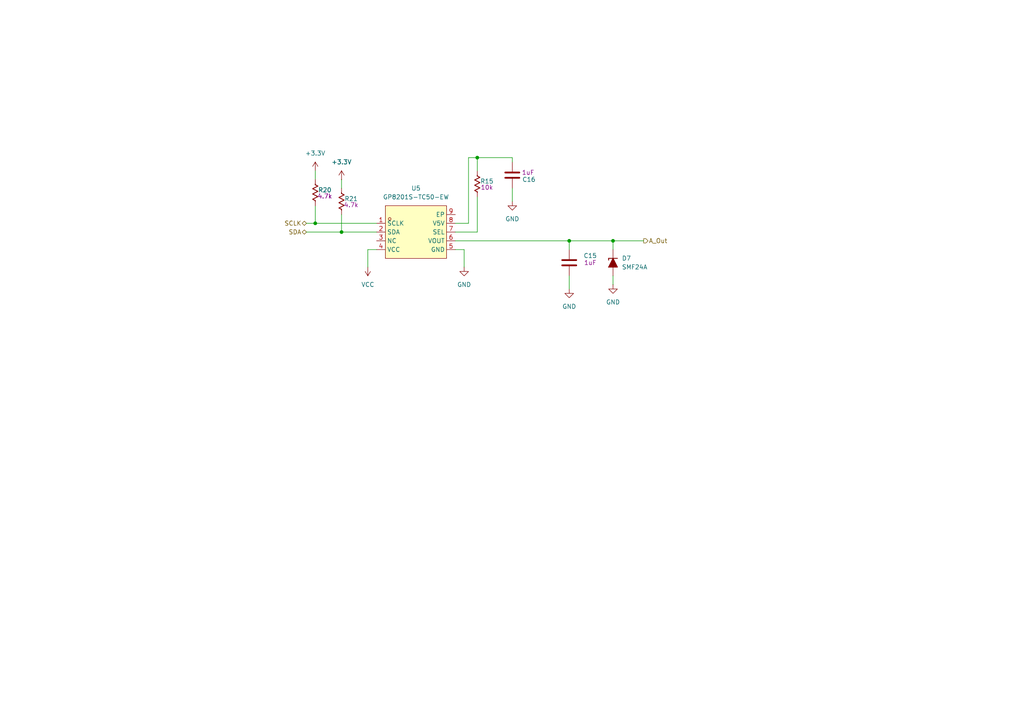
<source format=kicad_sch>
(kicad_sch (version 20250114) (generator "eeschema") (generator_version "9.0")
  (paper "A4")
  (lib_symbols
    (symbol "EDA:GP8201S-TC50-EW"
      (property "Reference" "U" (at 0 10.16 0))
      (property "Value" "GP8201S-TC50-EW" (at 0 -10.16 0))
      (symbol "GP8201S-TC50-EW_0_1"
        (rectangle (start -8.89 7.62) (end 8.89 -7.62) (fill (type background)))
        (circle (center -7.62 3.81) (radius 0.38))
        (pin unspecified line (at -11.43 2.54 0) (length 2.54) (name "SCLK") (number "1"))
        (pin unspecified line (at -11.43 0 0) (length 2.54) (name "SDA") (number "2"))
        (pin unspecified line (at -11.43 -2.54 0) (length 2.54) (name "NC") (number "3"))
        (pin unspecified line (at -11.43 -5.08 0) (length 2.54) (name "VCC") (number "4"))
        (pin unspecified line (at 11.43 5.08 180) (length 2.54) (name "EP") (number "9"))
        (pin unspecified line (at 11.43 2.54 180) (length 2.54) (name "V5V") (number "8"))
        (pin unspecified line (at 11.43 0 180) (length 2.54) (name "SEL") (number "7"))
        (pin unspecified line (at 11.43 -2.54 180) (length 2.54) (name "VOUT") (number "6"))
        (pin unspecified line (at 11.43 -5.08 180) (length 2.54) (name "GND") (number "5"))
      )
    )
    (symbol "PCM_Capacitor_US_AKL:C_0603" (pin_numbers (hide yes)) (pin_names (offset 0.254))
      (property "Reference" "C" (at 0.635 2.54 0))
      (property "Value" "C_0603" (at 0.635 -2.54 0))
      (symbol "C_0603_0_1"
        (polyline (pts (xy -2.032 0.762) (xy 2.032 0.762)) (stroke (width 0.508)))
        (polyline (pts (xy -2.032 -0.762) (xy 2.032 -0.762)) (stroke (width 0.508)))
      )
      (symbol "C_0603_0_2"
        (polyline (pts (xy -2.54 -2.54) (xy -0.381 -0.381)))
        (polyline (pts (xy -0.508 -0.508) (xy -1.651 0.635)) (stroke (width 0.508)))
        (polyline (pts (xy -0.508 -0.508) (xy 0.635 -1.651)) (stroke (width 0.508)))
        (polyline (pts (xy 0.381 0.381) (xy 2.54 2.54)))
        (polyline (pts (xy 0.508 0.508) (xy -0.635 1.651)) (stroke (width 0.508)))
        (polyline (pts (xy 0.508 0.508) (xy 1.651 -0.635)) (stroke (width 0.508)))
      )
      (symbol "C_0603_1_1"
        (pin passive line (at 0 3.81 270) (length 2.794) (name "~") (number "1"))
        (pin passive line (at 0 -3.81 90) (length 2.794) (name "~") (number "2"))
      )
      (symbol "C_0603_1_2"
        (pin passive line (at -2.54 -2.54 90) (length 0) (name "~") (number "2"))
        (pin passive line (at 2.54 2.54 270) (length 0) (name "~") (number "1"))
      )
    )
    (symbol "PCM_Diode_TVS_AKL:SMF24A" (pin_numbers (hide yes)) (pin_names (offset 1.016) (hide yes))
      (property "Reference" "D" (at 0 5.08 0))
      (property "Value" "SMF24A" (at 0 2.54 0))
      (symbol "SMF24A_0_1"
        (polyline (pts (xy -1.27 1.27) (xy -1.27 -1.27) (xy 1.27 0) (xy -1.27 1.27)) (stroke (width 0.254)) (fill (type outline)))
        (polyline (pts (xy -1.27 0) (xy 1.27 0)))
        (polyline (pts (xy 1.27 1.27) (xy 0.762 1.27)) (stroke (width 0.254)))
        (polyline (pts (xy 1.27 -1.27) (xy 1.27 1.27)) (stroke (width 0.254)))
      )
      (symbol "SMF24A_0_2"
        (polyline (pts (xy -2.54 -2.54) (xy 2.54 2.54)))
        (polyline (pts (xy -0.889 -0.889) (xy -1.778 0) (xy 0.889 0.889) (xy 0 -1.778) (xy -0.889 -0.889)) (stroke (width 0.254)) (fill (type outline)))
        (polyline (pts (xy 0 1.778) (xy -0.381 1.397)) (stroke (width 0.254)))
        (polyline (pts (xy 0 1.778) (xy 1.778 0)) (stroke (width 0.254)))
      )
      (symbol "SMF24A_1_1"
        (pin passive line (at -3.81 0 0) (length 2.54) (name "A") (number "2"))
        (pin passive line (at 3.81 0 180) (length 2.54) (name "K") (number "1"))
      )
      (symbol "SMF24A_1_2"
        (pin passive line (at -2.54 -2.54 0) (length 0) (name "A") (number "2"))
        (pin passive line (at 2.54 2.54 180) (length 0) (name "K") (number "1"))
      )
    )
    (symbol "PCM_Resistor_US_AKL:R_0603" (pin_numbers (hide yes)) (pin_names (offset 0))
      (property "Reference" "R" (at 2.54 1.27 0))
      (property "Value" "R_0603" (at 2.54 -1.27 0))
      (symbol "R_0603_0_1"
        (polyline (pts (xy 0 2.286) (xy 0 2.54)) (stroke (width 0.254)))
        (polyline (pts (xy 0 2.286) (xy 0.762 1.905) (xy -0.762 1.143) (xy 0 0.762) (xy 0.762 0.381) (xy 0 0) (xy -0.762 -0.381) (xy 0 -0.762) (xy 0.762 -1.143) (xy 0 -1.524) (xy -0.762 -1.905) (xy 0 -2.286)) (stroke (width 0.254)))
        (polyline (pts (xy 0 -2.286) (xy 0 -2.54)) (stroke (width 0.254)))
      )
      (symbol "R_0603_0_2"
        (polyline (pts (xy -2.54 -2.54) (xy -1.778 -1.778)))
        (polyline (pts (xy -1.778 -1.778) (xy -1.524 -1.524)) (stroke (width 0.254)))
        (polyline (pts (xy -1.524 -1.524) (xy -1.778 -0.762) (xy -1.016 -1.016)) (stroke (width 0.254)))
        (polyline (pts (xy -0.508 -0.508) (xy -0.762 0.254) (xy 0 0)) (stroke (width 0.254)))
        (polyline (pts (xy -0.508 -0.508) (xy -0.254 -1.27) (xy -1.016 -1.016)) (stroke (width 0.254)))
        (polyline (pts (xy 0.508 0.508) (xy 0.254 1.27) (xy 1.016 1.016)) (stroke (width 0.254)))
        (polyline (pts (xy 0.508 0.508) (xy 0.762 -0.254) (xy 0 0)) (stroke (width 0.254)))
        (polyline (pts (xy 1.524 1.524) (xy 1.778 0.762) (xy 1.016 1.016)) (stroke (width 0.254)))
        (polyline (pts (xy 1.778 1.778) (xy 1.524 1.524)) (stroke (width 0.254)))
        (polyline (pts (xy 1.778 1.778) (xy 2.54 2.54)))
      )
      (symbol "R_0603_1_1"
        (pin passive line (at 0 3.81 270) (length 1.27) (name "~") (number "1"))
        (pin passive line (at 0 -3.81 90) (length 1.27) (name "~") (number "2"))
      )
      (symbol "R_0603_1_2"
        (pin passive line (at -2.54 -2.54 0) (length 0) (name "") (number "2"))
        (pin passive line (at 2.54 2.54 180) (length 0) (name "") (number "1"))
      )
    )
    (symbol "power:+3.3V" (power) (pin_numbers (hide yes)) (pin_names (offset 0) (hide yes))
      (property "Value" "+3.3V" (at 0 3.556 0))
      (symbol "+3.3V_0_1"
        (polyline (pts (xy -0.762 1.27) (xy 0 2.54)))
        (polyline (pts (xy 0 2.54) (xy 0.762 1.27)))
        (polyline (pts (xy 0 0) (xy 0 2.54)))
      )
      (symbol "+3.3V_1_1"
        (pin power_in line (at 0 0 90) (length 0) (name "~") (number "1"))
      )
    )
    (symbol "power:GND" (power) (pin_numbers (hide yes)) (pin_names (offset 0) (hide yes))
      (property "Value" "GND" (at 0 -3.81 0))
      (symbol "GND_0_1"
        (polyline (pts (xy 0 0) (xy 0 -1.27) (xy 1.27 -1.27) (xy 0 -2.54) (xy -1.27 -1.27) (xy 0 -1.27)))
      )
      (symbol "GND_1_1"
        (pin power_in line (at 0 0 270) (length 0) (name "~") (number "1"))
      )
    )
    (symbol "power:VCC" (power) (pin_numbers (hide yes)) (pin_names (offset 0) (hide yes))
      (property "Value" "VCC" (at 0 3.556 0))
      (symbol "VCC_0_1"
        (polyline (pts (xy -0.762 1.27) (xy 0 2.54)))
        (polyline (pts (xy 0 2.54) (xy 0.762 1.27)))
        (polyline (pts (xy 0 0) (xy 0 2.54)))
      )
      (symbol "VCC_1_1"
        (pin power_in line (at 0 0 90) (length 0) (name "~") (number "1"))
      )
    )
  )
  (junction (at 177.8 69.85))
  (junction (at 138.43 45.72))
  (junction (at 165.1 69.85))
  (junction (at 99.06 67.31))
  (junction (at 91.44 64.77))
  (wire (pts (xy 138.43 57.15) (xy 138.43 67.31)))
  (wire (pts (xy 132.08 72.39) (xy 134.62 72.39)))
  (wire (pts (xy 148.59 45.72) (xy 148.59 46.99)))
  (wire (pts (xy 99.06 52.07) (xy 99.06 54.61)))
  (wire (pts (xy 106.68 72.39) (xy 106.68 77.47)))
  (wire (pts (xy 91.44 49.53) (xy 91.44 52.07)))
  (wire (pts (xy 165.1 69.85) (xy 177.8 69.85)))
  (wire (pts (xy 99.06 67.31) (xy 109.22 67.31)))
  (wire (pts (xy 177.8 69.85) (xy 186.69 69.85)))
  (wire (pts (xy 91.44 59.69) (xy 91.44 64.77)))
  (wire (pts (xy 91.44 64.77) (xy 109.22 64.77)))
  (wire (pts (xy 135.89 45.72) (xy 138.43 45.72)))
  (wire (pts (xy 132.08 69.85) (xy 165.1 69.85)))
  (wire (pts (xy 132.08 64.77) (xy 135.89 64.77)))
  (wire (pts (xy 177.8 80.01) (xy 177.8 82.55)))
  (wire (pts (xy 138.43 45.72) (xy 138.43 49.53)))
  (wire (pts (xy 138.43 45.72) (xy 148.59 45.72)))
  (wire (pts (xy 132.08 67.31) (xy 138.43 67.31)))
  (wire (pts (xy 109.22 72.39) (xy 106.68 72.39)))
  (wire (pts (xy 177.8 69.85) (xy 177.8 72.39)))
  (wire (pts (xy 135.89 64.77) (xy 135.89 45.72)))
  (wire (pts (xy 148.59 54.61) (xy 148.59 58.42)))
  (wire (pts (xy 88.9 64.77) (xy 91.44 64.77)))
  (wire (pts (xy 88.9 67.31) (xy 99.06 67.31)))
  (wire (pts (xy 99.06 62.23) (xy 99.06 67.31)))
  (wire (pts (xy 165.1 80.01) (xy 165.1 83.82)))
  (wire (pts (xy 165.1 69.85) (xy 165.1 72.39)))
  (wire (pts (xy 134.62 72.39) (xy 134.62 77.47)))
  (hierarchical_label "A_Out" (shape output) (at 186.69 69.85 0))
  (hierarchical_label "SCLK" (shape bidirectional) (at 88.9 64.77 180))
  (hierarchical_label "SDA" (shape bidirectional) (at 88.9 67.31 180))
  (symbol (lib_id "EDA:GP8201S-TC50-EW") (at 120.65 67.31 0) (unit 1)
    (property "Reference" "U5" (at 120.65 54.61 0))
    (property "Value" "GP8201S-TC50-EW" (at 120.65 57.15 0))
    (property "Footprint" "EasyEDA:ESOP-8_L4.9-W3.9-P1.27-LS6.0-BL-EP" (effects (hide yes)))
    (property "LCSC Part" "C5240058" (effects (hide yes)))
  )
  (symbol (lib_id "PCM_Resistor_US_AKL:R_0603") (at 91.44 55.88 180) (unit 1)
    (property "Reference" "R20" (at 94.234 55.118 0))
    (property "Value" "R_0603" (effects (hide yes)))
    (property "Footprint" "PCM_Resistor_SMD_AKL:R_0603_1608Metric" (effects (hide yes)))
    (property "Description" "SMD 0603 Chip Resistor, US Symbol, Alternate KiCad Library" (effects (hide yes)))
    (property "Capacidad" "4.7k" (at 94.234 56.896 0))
  )
  (symbol (lib_id "power:GND") (at 165.1 83.82 0) (unit 1)
    (property "Reference" "#PWR048" (effects (hide yes)))
    (property "Value" "GND" (at 165.1 88.9 0))
    (property "Description" "Power symbol creates a global label with name \"GND\" , ground" (effects (hide yes)))
  )
  (symbol (lib_id "power:GND") (at 134.62 77.47 0) (unit 1)
    (property "Reference" "#PWR038" (effects (hide yes)))
    (property "Value" "GND" (at 134.62 82.55 0))
    (property "Description" "Power symbol creates a global label with name \"GND\" , ground" (effects (hide yes)))
  )
  (symbol (lib_id "power:VCC") (at 106.68 77.47 180) (unit 1)
    (property "Reference" "#PWR037" (effects (hide yes)))
    (property "Value" "VCC" (at 106.68 82.55 0))
    (property "Description" "Power symbol creates a global label with name \"VCC\"" (effects (hide yes)))
  )
  (symbol (lib_id "power:GND") (at 148.59 58.42 0) (unit 1)
    (property "Reference" "#PWR050" (effects (hide yes)))
    (property "Value" "GND" (at 148.59 63.5 0))
    (property "Description" "Power symbol creates a global label with name \"GND\" , ground" (effects (hide yes)))
  )
  (symbol (lib_id "power:+3.3V") (at 91.44 49.53 0) (unit 1)
    (property "Reference" "#PWR051" (effects (hide yes)))
    (property "Value" "+3.3V" (at 91.44 44.45 0))
    (property "Description" "Power symbol creates a global label with name \"+3.3V\"" (effects (hide yes)))
  )
  (symbol (lib_id "PCM_Resistor_US_AKL:R_0603") (at 99.06 58.42 180) (unit 1)
    (property "Reference" "R21" (at 101.854 57.658 0))
    (property "Value" "R_0603" (effects (hide yes)))
    (property "Footprint" "PCM_Resistor_SMD_AKL:R_0603_1608Metric" (effects (hide yes)))
    (property "Description" "SMD 0603 Chip Resistor, US Symbol, Alternate KiCad Library" (effects (hide yes)))
    (property "Capacidad" "4.7k" (at 101.854 59.436 0))
  )
  (symbol (lib_id "PCM_Resistor_US_AKL:R_0603") (at 138.43 53.34 180) (unit 1)
    (property "Reference" "R15" (at 141.224 52.578 0))
    (property "Value" "R_0603" (effects (hide yes)))
    (property "Footprint" "PCM_Resistor_SMD_AKL:R_0603_1608Metric" (effects (hide yes)))
    (property "Description" "SMD 0603 Chip Resistor, US Symbol, Alternate KiCad Library" (effects (hide yes)))
    (property "Capacidad" "10k" (at 141.224 54.356 0))
  )
  (symbol (lib_id "PCM_Capacitor_US_AKL:C_0603") (at 165.1 76.2 180) (unit 1)
    (property "Reference" "C15" (at 171.196 74.168 0))
    (property "Value" "C_0603" (effects (hide yes)))
    (property "Footprint" "PCM_Capacitor_SMD_AKL:C_0603_1608Metric" (effects (hide yes)))
    (property "Description" "SMD 0603 MLCC capacitor, Alternate KiCad Library" (effects (hide yes)))
    (property "Capacidad" "1uF" (at 171.196 76.2 0))
  )
  (symbol (lib_id "power:GND") (at 177.8 82.55 0) (unit 1)
    (property "Reference" "#PWR049" (effects (hide yes)))
    (property "Value" "GND" (at 177.8 87.63 0))
    (property "Description" "Power symbol creates a global label with name \"GND\" , ground" (effects (hide yes)))
  )
  (symbol (lib_id "power:+3.3V") (at 99.06 52.07 0) (unit 1)
    (property "Reference" "#PWR052" (effects (hide yes)))
    (property "Value" "+3.3V" (at 99.06 46.99 0))
    (property "Description" "Power symbol creates a global label with name \"+3.3V\"" (effects (hide yes)))
  )
  (symbol (lib_id "PCM_Diode_TVS_AKL:SMF24A") (at 177.8 76.2 90) (unit 1)
    (property "Reference" "D7" (at 180.34 74.9299 90) (effects (justify right)))
    (property "Value" "SMF24A" (at 180.34 77.4699 90) (effects (justify right)))
    (property "Footprint" "PCM_Diode_SMD_AKL:D_SOD-123F" (effects (hide yes)))
    (property "Datasheet" "https://www.tme.eu/Document/95faf1e5e821ed1b438500c66c7b0bd9/smf50a.pdf" (effects (hide yes)))
    (property "Description" "SOD-123F Unidirectional TVS diode, 24V, 200W, Alternate KiCAD Library" (effects (hide yes)))
  )
  (symbol (lib_id "PCM_Capacitor_US_AKL:C_0603") (at 148.59 50.8 0) (unit 1)
    (property "Reference" "C16" (at 153.416 52.07 0))
    (property "Value" "C_0603" (effects (hide yes)))
    (property "Footprint" "PCM_Capacitor_SMD_AKL:C_0603_1608Metric" (effects (hide yes)))
    (property "Description" "SMD 0603 MLCC capacitor, Alternate KiCad Library" (effects (hide yes)))
    (property "Capacidad" "1uF" (at 153.162 50.038 0))
  )
)
</source>
